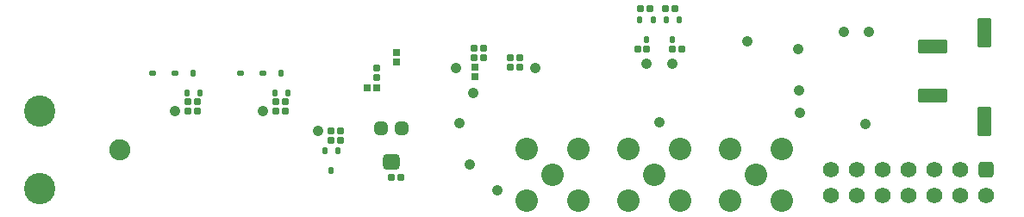
<source format=gbs>
G04*
G04 #@! TF.GenerationSoftware,Altium Limited,Altium Designer,23.0.1 (38)*
G04*
G04 Layer_Color=16711935*
%FSAX25Y25*%
%MOIN*%
G70*
G04*
G04 #@! TF.SameCoordinates,B9DD0259-405E-4331-997F-192D94839516*
G04*
G04*
G04 #@! TF.FilePolarity,Negative*
G04*
G01*
G75*
G04:AMPARAMS|DCode=54|XSize=26.62mil|YSize=26.62mil|CornerRadius=7.41mil|HoleSize=0mil|Usage=FLASHONLY|Rotation=270.000|XOffset=0mil|YOffset=0mil|HoleType=Round|Shape=RoundedRectangle|*
%AMROUNDEDRECTD54*
21,1,0.02662,0.01181,0,0,270.0*
21,1,0.01181,0.02662,0,0,270.0*
1,1,0.01481,-0.00591,-0.00591*
1,1,0.01481,-0.00591,0.00591*
1,1,0.01481,0.00591,0.00591*
1,1,0.01481,0.00591,-0.00591*
%
%ADD54ROUNDEDRECTD54*%
G04:AMPARAMS|DCode=58|XSize=28.2mil|YSize=28.2mil|CornerRadius=7.8mil|HoleSize=0mil|Usage=FLASHONLY|Rotation=270.000|XOffset=0mil|YOffset=0mil|HoleType=Round|Shape=RoundedRectangle|*
%AMROUNDEDRECTD58*
21,1,0.02820,0.01260,0,0,270.0*
21,1,0.01260,0.02820,0,0,270.0*
1,1,0.01560,-0.00630,-0.00630*
1,1,0.01560,-0.00630,0.00630*
1,1,0.01560,0.00630,0.00630*
1,1,0.01560,0.00630,-0.00630*
%
%ADD58ROUNDEDRECTD58*%
G04:AMPARAMS|DCode=61|XSize=26.62mil|YSize=26.62mil|CornerRadius=7.41mil|HoleSize=0mil|Usage=FLASHONLY|Rotation=0.000|XOffset=0mil|YOffset=0mil|HoleType=Round|Shape=RoundedRectangle|*
%AMROUNDEDRECTD61*
21,1,0.02662,0.01181,0,0,0.0*
21,1,0.01181,0.02662,0,0,0.0*
1,1,0.01481,0.00591,-0.00591*
1,1,0.01481,-0.00591,-0.00591*
1,1,0.01481,-0.00591,0.00591*
1,1,0.01481,0.00591,0.00591*
%
%ADD61ROUNDEDRECTD61*%
G04:AMPARAMS|DCode=62|XSize=28.2mil|YSize=28.2mil|CornerRadius=7.8mil|HoleSize=0mil|Usage=FLASHONLY|Rotation=180.000|XOffset=0mil|YOffset=0mil|HoleType=Round|Shape=RoundedRectangle|*
%AMROUNDEDRECTD62*
21,1,0.02820,0.01260,0,0,180.0*
21,1,0.01260,0.02820,0,0,180.0*
1,1,0.01560,-0.00630,0.00630*
1,1,0.01560,0.00630,0.00630*
1,1,0.01560,0.00630,-0.00630*
1,1,0.01560,-0.00630,-0.00630*
%
%ADD62ROUNDEDRECTD62*%
%ADD84C,0.08725*%
%ADD85C,0.06206*%
G04:AMPARAMS|DCode=86|XSize=62.06mil|YSize=62.06mil|CornerRadius=16.26mil|HoleSize=0mil|Usage=FLASHONLY|Rotation=180.000|XOffset=0mil|YOffset=0mil|HoleType=Round|Shape=RoundedRectangle|*
%AMROUNDEDRECTD86*
21,1,0.06206,0.02953,0,0,180.0*
21,1,0.02953,0.06206,0,0,180.0*
1,1,0.03253,-0.01476,0.01476*
1,1,0.03253,0.01476,0.01476*
1,1,0.03253,0.01476,-0.01476*
1,1,0.03253,-0.01476,-0.01476*
%
%ADD86ROUNDEDRECTD86*%
%ADD87C,0.12111*%
%ADD88C,0.08174*%
%ADD113C,0.04237*%
G04:AMPARAMS|DCode=114|XSize=21.5mil|YSize=26.62mil|CornerRadius=6.13mil|HoleSize=0mil|Usage=FLASHONLY|Rotation=0.000|XOffset=0mil|YOffset=0mil|HoleType=Round|Shape=RoundedRectangle|*
%AMROUNDEDRECTD114*
21,1,0.02150,0.01437,0,0,0.0*
21,1,0.00925,0.02662,0,0,0.0*
1,1,0.01225,0.00463,-0.00719*
1,1,0.01225,-0.00463,-0.00719*
1,1,0.01225,-0.00463,0.00719*
1,1,0.01225,0.00463,0.00719*
%
%ADD114ROUNDEDRECTD114*%
G04:AMPARAMS|DCode=115|XSize=28.59mil|YSize=22.69mil|CornerRadius=6.42mil|HoleSize=0mil|Usage=FLASHONLY|Rotation=0.000|XOffset=0mil|YOffset=0mil|HoleType=Round|Shape=RoundedRectangle|*
%AMROUNDEDRECTD115*
21,1,0.02859,0.00984,0,0,0.0*
21,1,0.01575,0.02269,0,0,0.0*
1,1,0.01284,0.00787,-0.00492*
1,1,0.01284,-0.00787,-0.00492*
1,1,0.01284,-0.00787,0.00492*
1,1,0.01284,0.00787,0.00492*
%
%ADD115ROUNDEDRECTD115*%
G04:AMPARAMS|DCode=116|XSize=111.27mil|YSize=50.24mil|CornerRadius=3.86mil|HoleSize=0mil|Usage=FLASHONLY|Rotation=90.000|XOffset=0mil|YOffset=0mil|HoleType=Round|Shape=RoundedRectangle|*
%AMROUNDEDRECTD116*
21,1,0.11127,0.04252,0,0,90.0*
21,1,0.10354,0.05024,0,0,90.0*
1,1,0.00772,0.02126,0.05177*
1,1,0.00772,0.02126,-0.05177*
1,1,0.00772,-0.02126,-0.05177*
1,1,0.00772,-0.02126,0.05177*
%
%ADD116ROUNDEDRECTD116*%
G04:AMPARAMS|DCode=117|XSize=50.24mil|YSize=50.24mil|CornerRadius=13.31mil|HoleSize=0mil|Usage=FLASHONLY|Rotation=0.000|XOffset=0mil|YOffset=0mil|HoleType=Round|Shape=RoundedRectangle|*
%AMROUNDEDRECTD117*
21,1,0.05024,0.02362,0,0,0.0*
21,1,0.02362,0.05024,0,0,0.0*
1,1,0.02662,0.01181,-0.01181*
1,1,0.02662,-0.01181,-0.01181*
1,1,0.02662,-0.01181,0.01181*
1,1,0.02662,0.01181,0.01181*
%
%ADD117ROUNDEDRECTD117*%
G04:AMPARAMS|DCode=118|XSize=65.99mil|YSize=62.06mil|CornerRadius=16.26mil|HoleSize=0mil|Usage=FLASHONLY|Rotation=0.000|XOffset=0mil|YOffset=0mil|HoleType=Round|Shape=RoundedRectangle|*
%AMROUNDEDRECTD118*
21,1,0.06599,0.02953,0,0,0.0*
21,1,0.03347,0.06206,0,0,0.0*
1,1,0.03253,0.01673,-0.01476*
1,1,0.03253,-0.01673,-0.01476*
1,1,0.03253,-0.01673,0.01476*
1,1,0.03253,0.01673,0.01476*
%
%ADD118ROUNDEDRECTD118*%
G04:AMPARAMS|DCode=119|XSize=111.27mil|YSize=50.24mil|CornerRadius=3.86mil|HoleSize=0mil|Usage=FLASHONLY|Rotation=0.000|XOffset=0mil|YOffset=0mil|HoleType=Round|Shape=RoundedRectangle|*
%AMROUNDEDRECTD119*
21,1,0.11127,0.04252,0,0,0.0*
21,1,0.10354,0.05024,0,0,0.0*
1,1,0.00772,0.05177,-0.02126*
1,1,0.00772,-0.05177,-0.02126*
1,1,0.00772,-0.05177,0.02126*
1,1,0.00772,0.05177,0.02126*
%
%ADD119ROUNDEDRECTD119*%
D54*
X0157776Y0013976D02*
D03*
X0186417Y0063976D02*
D03*
X0189961D02*
D03*
X0189961Y0060236D02*
D03*
X0186417D02*
D03*
X0154232Y0013976D02*
D03*
X0254134Y0079134D02*
D03*
X0250590D02*
D03*
X0253051Y0063484D02*
D03*
X0249508D02*
D03*
X0263779Y0079134D02*
D03*
X0260236D02*
D03*
X0262894Y0063484D02*
D03*
X0266437D02*
D03*
D58*
X0145039Y0048720D02*
D03*
X0148661D02*
D03*
D61*
X0131004Y0028248D02*
D03*
Y0031791D02*
D03*
X0113287Y0043110D02*
D03*
Y0039567D02*
D03*
X0109744D02*
D03*
Y0043110D02*
D03*
X0079232D02*
D03*
Y0039567D02*
D03*
X0075689D02*
D03*
Y0043110D02*
D03*
X0204035Y0060138D02*
D03*
Y0056595D02*
D03*
X0200098Y0060138D02*
D03*
Y0056595D02*
D03*
X0148622Y0052658D02*
D03*
X0134744Y0028248D02*
D03*
Y0031791D02*
D03*
X0148622Y0056201D02*
D03*
D62*
X0156398Y0062146D02*
D03*
Y0058524D02*
D03*
X0186516Y0056437D02*
D03*
Y0052815D02*
D03*
D84*
X0206535Y0004961D02*
D03*
X0226535D02*
D03*
Y0024961D02*
D03*
X0206535D02*
D03*
X0216535Y0014961D02*
D03*
X0285276Y0004961D02*
D03*
X0305276D02*
D03*
Y0024961D02*
D03*
X0285276D02*
D03*
X0295276Y0014961D02*
D03*
X0245905Y0004961D02*
D03*
X0265905D02*
D03*
Y0024961D02*
D03*
X0245905D02*
D03*
X0255906Y0014961D02*
D03*
D85*
X0364331Y0006811D02*
D03*
Y0016811D02*
D03*
X0374331Y0006811D02*
D03*
Y0016811D02*
D03*
X0384331Y0006811D02*
D03*
X0354331Y0016811D02*
D03*
Y0006811D02*
D03*
X0344331Y0016811D02*
D03*
Y0006811D02*
D03*
X0334377Y0006858D02*
D03*
Y0016811D02*
D03*
X0324377D02*
D03*
Y0006858D02*
D03*
D86*
X0384331Y0016811D02*
D03*
D87*
X0018406Y0039469D02*
D03*
Y0009547D02*
D03*
D88*
X0049114Y0024508D02*
D03*
D113*
X0311910Y0047736D02*
D03*
X0337697Y0034744D02*
D03*
X0104527Y0039665D02*
D03*
X0070472D02*
D03*
X0209941Y0056398D02*
D03*
X0125886Y0031791D02*
D03*
X0179232Y0056102D02*
D03*
X0185827Y0046457D02*
D03*
X0184646Y0018898D02*
D03*
X0195276Y0009055D02*
D03*
X0180709Y0035039D02*
D03*
X0329242Y0070177D02*
D03*
X0338898Y0070177D02*
D03*
X0262894Y0057874D02*
D03*
X0253051D02*
D03*
X0257972Y0035138D02*
D03*
X0292028Y0066732D02*
D03*
X0312303Y0039075D02*
D03*
X0311713Y0063681D02*
D03*
D114*
X0133563Y0024213D02*
D03*
X0128445D02*
D03*
X0131004Y0016732D02*
D03*
X0080216Y0046752D02*
D03*
X0077657Y0054232D02*
D03*
X0075098Y0046752D02*
D03*
X0114272D02*
D03*
X0111713Y0054232D02*
D03*
X0109153Y0046752D02*
D03*
X0265551Y0074902D02*
D03*
X0260433D02*
D03*
X0262992Y0067421D02*
D03*
X0255512Y0074902D02*
D03*
X0250394D02*
D03*
X0252953Y0067421D02*
D03*
D115*
X0070669Y0054232D02*
D03*
X0062008D02*
D03*
X0104724D02*
D03*
X0096063D02*
D03*
D116*
X0383465Y0069980D02*
D03*
Y0035728D02*
D03*
D117*
X0158169Y0032874D02*
D03*
X0150295D02*
D03*
D118*
X0154232Y0020079D02*
D03*
D119*
X0363681Y0064665D02*
D03*
Y0045669D02*
D03*
M02*

</source>
